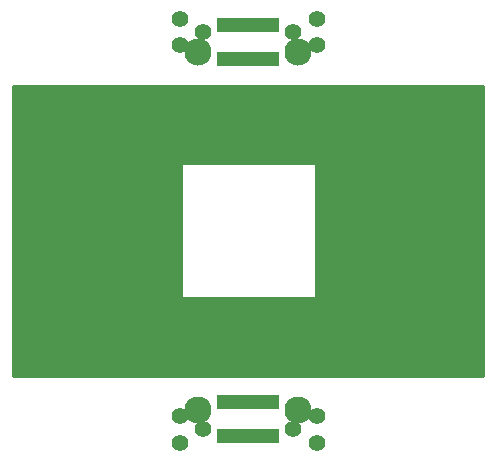
<source format=gbr>
G04 #@! TF.GenerationSoftware,KiCad,Pcbnew,(5.1.2)-1*
G04 #@! TF.CreationDate,2019-05-02T18:24:12-06:00*
G04 #@! TF.ProjectId,Igloo09,49676c6f-6f30-4392-9e6b-696361645f70,rev?*
G04 #@! TF.SameCoordinates,Original*
G04 #@! TF.FileFunction,Soldermask,Bot*
G04 #@! TF.FilePolarity,Negative*
%FSLAX46Y46*%
G04 Gerber Fmt 4.6, Leading zero omitted, Abs format (unit mm)*
G04 Created by KiCad (PCBNEW (5.1.2)-1) date 2019-05-02 18:24:12*
%MOMM*%
%LPD*%
G04 APERTURE LIST*
%ADD10C,2.300000*%
%ADD11C,1.400000*%
%ADD12R,0.700000X1.250000*%
%ADD13C,0.254000*%
G04 APERTURE END LIST*
D10*
X154250000Y-47850000D03*
X145750000Y-47850000D03*
D11*
X155800000Y-47300000D03*
X155800000Y-45050000D03*
X144200000Y-47300000D03*
X144200000Y-45050000D03*
X153825000Y-46175000D03*
X146175000Y-46175000D03*
D12*
X147750000Y-45600000D03*
X147750000Y-48475000D03*
X148250000Y-45600000D03*
X148250000Y-48475000D03*
X148750000Y-45600000D03*
X148750000Y-48475000D03*
X149250000Y-45600000D03*
X149250000Y-48475000D03*
X149750000Y-45600000D03*
X149750000Y-48475000D03*
X150250000Y-45600000D03*
X150250000Y-48475000D03*
X150750000Y-45600000D03*
X150750000Y-48475000D03*
X151250000Y-45600000D03*
X151250000Y-48475000D03*
X151750000Y-45600000D03*
X151750000Y-48475000D03*
X152250000Y-45600000D03*
X152250000Y-48475000D03*
D10*
X145750000Y-78150000D03*
X154250000Y-78150000D03*
D11*
X144200000Y-78700000D03*
X144200000Y-80950000D03*
X155800000Y-78700000D03*
X155800000Y-80950000D03*
X146175000Y-79825000D03*
X153825000Y-79825000D03*
D12*
X152250000Y-80400000D03*
X152250000Y-77525000D03*
X151750000Y-80400000D03*
X151750000Y-77525000D03*
X151250000Y-80400000D03*
X151250000Y-77525000D03*
X150750000Y-80400000D03*
X150750000Y-77525000D03*
X150250000Y-80400000D03*
X150250000Y-77525000D03*
X149750000Y-80400000D03*
X149750000Y-77525000D03*
X149250000Y-80400000D03*
X149250000Y-77525000D03*
X148750000Y-80400000D03*
X148750000Y-77525000D03*
X148250000Y-80400000D03*
X148250000Y-77525000D03*
X147750000Y-80400000D03*
X147750000Y-77525000D03*
D13*
G36*
X169873000Y-75273000D02*
G01*
X130127000Y-75273000D01*
X130127000Y-57285000D01*
X144285000Y-57285000D01*
X144285000Y-68715000D01*
X155715000Y-68715000D01*
X155715000Y-57285000D01*
X144285000Y-57285000D01*
X130127000Y-57285000D01*
X130127000Y-50727000D01*
X169873000Y-50727000D01*
X169873000Y-75273000D01*
X169873000Y-75273000D01*
G37*
X169873000Y-75273000D02*
X130127000Y-75273000D01*
X130127000Y-57285000D01*
X144285000Y-57285000D01*
X144285000Y-68715000D01*
X155715000Y-68715000D01*
X155715000Y-57285000D01*
X144285000Y-57285000D01*
X130127000Y-57285000D01*
X130127000Y-50727000D01*
X169873000Y-50727000D01*
X169873000Y-75273000D01*
M02*

</source>
